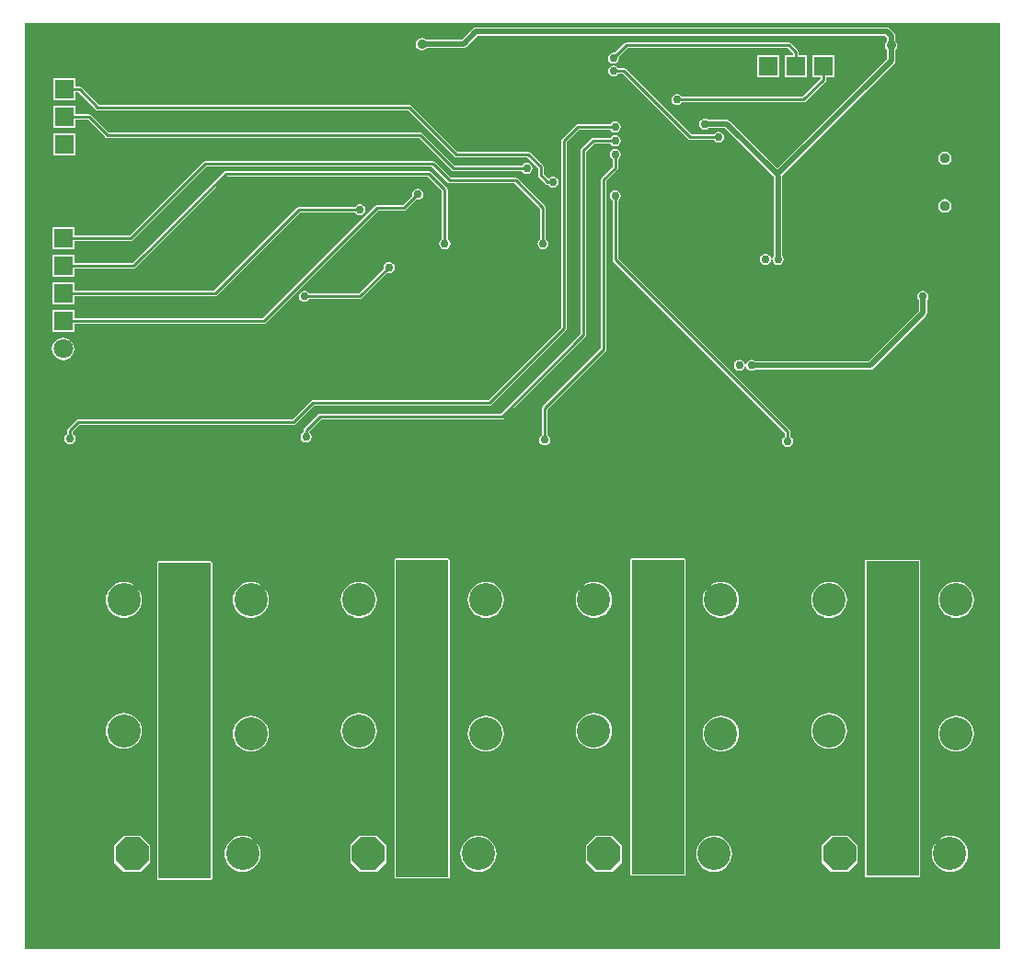
<source format=gbl>
G04*
G04 #@! TF.GenerationSoftware,Altium Limited,Altium Designer,19.0.15 (446)*
G04*
G04 Layer_Physical_Order=2*
G04 Layer_Color=16711680*
%FSLAX23Y23*%
%MOIN*%
G70*
G01*
G75*
%ADD15C,0.010*%
%ADD71C,0.020*%
%ADD74P,0.130X8X22.5*%
%ADD75C,0.120*%
%ADD76C,0.037*%
%ADD77R,0.071X0.071*%
%ADD78R,0.071X0.071*%
%ADD79C,0.071*%
%ADD80C,0.035*%
%ADD81C,0.030*%
G36*
X6990Y1635D02*
X3455D01*
Y4990D01*
X6990D01*
Y1635D01*
D02*
G37*
%LPC*%
G36*
X6225Y4920D02*
X5636D01*
X5632Y4919D01*
X5628Y4917D01*
X5594Y4883D01*
X5589Y4884D01*
X5581Y4882D01*
X5575Y4878D01*
X5570Y4871D01*
X5569Y4863D01*
X5570Y4856D01*
X5575Y4849D01*
X5581Y4845D01*
X5589Y4843D01*
X5597Y4845D01*
X5603Y4849D01*
X5608Y4856D01*
X5609Y4863D01*
X5608Y4868D01*
X5640Y4900D01*
X6221D01*
X6240Y4881D01*
Y4875D01*
X6210D01*
Y4795D01*
X6290D01*
Y4875D01*
X6260D01*
Y4885D01*
X6259Y4889D01*
X6257Y4892D01*
X6232Y4917D01*
X6229Y4919D01*
X6225Y4920D01*
D02*
G37*
G36*
X6190Y4875D02*
X6110D01*
Y4795D01*
X6190D01*
Y4875D01*
D02*
G37*
G36*
X6390D02*
X6310D01*
Y4795D01*
X6340D01*
Y4789D01*
X6274Y4724D01*
X5837D01*
X5834Y4728D01*
X5828Y4732D01*
X5820Y4734D01*
X5812Y4732D01*
X5806Y4728D01*
X5801Y4721D01*
X5800Y4713D01*
X5801Y4706D01*
X5806Y4699D01*
X5812Y4695D01*
X5820Y4693D01*
X5828Y4695D01*
X5834Y4699D01*
X5837Y4703D01*
X6278D01*
X6282Y4704D01*
X6286Y4706D01*
X6357Y4778D01*
X6359Y4781D01*
X6360Y4785D01*
Y4795D01*
X6390D01*
Y4875D01*
D02*
G37*
G36*
X5595Y4635D02*
X5587Y4634D01*
X5581Y4629D01*
X5578Y4625D01*
X5460D01*
X5456Y4624D01*
X5453Y4622D01*
X5403Y4572D01*
X5401Y4569D01*
X5400Y4565D01*
Y3889D01*
X5136Y3625D01*
X4500D01*
X4496Y3624D01*
X4493Y3622D01*
X4426Y3555D01*
X3650D01*
X3646Y3554D01*
X3643Y3552D01*
X3613Y3522D01*
X3611Y3519D01*
X3610Y3515D01*
Y3502D01*
X3606Y3499D01*
X3601Y3493D01*
X3600Y3485D01*
X3601Y3477D01*
X3606Y3471D01*
X3612Y3466D01*
X3620Y3465D01*
X3628Y3466D01*
X3634Y3471D01*
X3639Y3477D01*
X3640Y3485D01*
X3639Y3493D01*
X3634Y3499D01*
X3630Y3502D01*
Y3511D01*
X3654Y3535D01*
X4430D01*
X4434Y3536D01*
X4437Y3538D01*
X4504Y3605D01*
X5140D01*
X5144Y3606D01*
X5147Y3608D01*
X5417Y3878D01*
X5419Y3881D01*
X5420Y3885D01*
Y4561D01*
X5464Y4605D01*
X5578D01*
X5581Y4601D01*
X5587Y4596D01*
X5595Y4595D01*
X5603Y4596D01*
X5609Y4601D01*
X5614Y4607D01*
X5615Y4615D01*
X5614Y4623D01*
X5609Y4629D01*
X5603Y4634D01*
X5595Y4635D01*
D02*
G37*
G36*
X5590Y4837D02*
X5582Y4836D01*
X5576Y4831D01*
X5571Y4825D01*
X5570Y4817D01*
X5571Y4809D01*
X5576Y4803D01*
X5582Y4798D01*
X5590Y4797D01*
X5598Y4798D01*
X5604Y4803D01*
X5607Y4807D01*
X5624D01*
X5861Y4570D01*
X5864Y4568D01*
X5868Y4567D01*
X5953D01*
X5956Y4563D01*
X5962Y4558D01*
X5970Y4557D01*
X5978Y4558D01*
X5984Y4563D01*
X5989Y4569D01*
X5990Y4577D01*
X5989Y4585D01*
X5984Y4591D01*
X5978Y4596D01*
X5970Y4597D01*
X5962Y4596D01*
X5956Y4591D01*
X5953Y4587D01*
X5872D01*
X5635Y4824D01*
X5632Y4826D01*
X5628Y4827D01*
X5607D01*
X5604Y4831D01*
X5598Y4836D01*
X5590Y4837D01*
D02*
G37*
G36*
X5595Y4585D02*
X5587Y4584D01*
X5581Y4579D01*
X5578Y4575D01*
X5515D01*
X5511Y4574D01*
X5508Y4572D01*
X5473Y4537D01*
X5471Y4534D01*
X5470Y4530D01*
Y3864D01*
X5181Y3575D01*
X4525D01*
X4521Y3574D01*
X4518Y3572D01*
X4468Y3522D01*
X4466Y3519D01*
X4465Y3515D01*
Y3507D01*
X4461Y3504D01*
X4456Y3498D01*
X4455Y3490D01*
X4456Y3482D01*
X4461Y3476D01*
X4467Y3471D01*
X4475Y3470D01*
X4483Y3471D01*
X4489Y3476D01*
X4494Y3482D01*
X4495Y3490D01*
X4494Y3498D01*
X4489Y3504D01*
X4487Y3506D01*
X4486Y3512D01*
X4529Y3555D01*
X5185D01*
X5189Y3556D01*
X5192Y3558D01*
X5487Y3853D01*
X5489Y3856D01*
X5490Y3860D01*
Y4526D01*
X5519Y4555D01*
X5578D01*
X5581Y4551D01*
X5587Y4546D01*
X5595Y4545D01*
X5603Y4546D01*
X5609Y4551D01*
X5614Y4557D01*
X5615Y4565D01*
X5614Y4573D01*
X5609Y4579D01*
X5603Y4584D01*
X5595Y4585D01*
D02*
G37*
G36*
X3640Y4590D02*
X3560D01*
Y4510D01*
X3640D01*
Y4590D01*
D02*
G37*
G36*
X6790Y4526D02*
X6781Y4524D01*
X6773Y4519D01*
X6768Y4511D01*
X6766Y4502D01*
X6768Y4492D01*
X6773Y4485D01*
X6781Y4479D01*
X6790Y4477D01*
X6799Y4479D01*
X6807Y4485D01*
X6812Y4492D01*
X6814Y4502D01*
X6812Y4511D01*
X6807Y4519D01*
X6799Y4524D01*
X6790Y4526D01*
D02*
G37*
G36*
X6580Y4975D02*
X5090D01*
X5084Y4974D01*
X5079Y4971D01*
X5039Y4930D01*
X4912D01*
X4911Y4931D01*
X4904Y4936D01*
X4895Y4938D01*
X4886Y4936D01*
X4879Y4931D01*
X4874Y4924D01*
X4872Y4915D01*
X4874Y4906D01*
X4879Y4899D01*
X4886Y4894D01*
X4895Y4892D01*
X4904Y4894D01*
X4911Y4899D01*
X4912Y4900D01*
X5045D01*
X5051Y4901D01*
X5056Y4904D01*
X5096Y4945D01*
X6574D01*
X6580Y4939D01*
Y4927D01*
X6579Y4926D01*
X6574Y4919D01*
X6572Y4910D01*
X6574Y4901D01*
X6579Y4894D01*
X6580Y4893D01*
Y4861D01*
X6182Y4464D01*
X6011Y4636D01*
X6006Y4639D01*
X6000Y4640D01*
X5933D01*
X5928Y4644D01*
X5920Y4645D01*
X5912Y4644D01*
X5906Y4639D01*
X5901Y4633D01*
X5900Y4625D01*
X5901Y4617D01*
X5906Y4611D01*
X5912Y4606D01*
X5920Y4605D01*
X5928Y4606D01*
X5933Y4610D01*
X5994D01*
X6170Y4434D01*
Y4148D01*
X6166Y4143D01*
X6165Y4138D01*
X6165Y4137D01*
X6160D01*
X6160Y4138D01*
X6159Y4143D01*
X6154Y4149D01*
X6148Y4154D01*
X6140Y4155D01*
X6132Y4154D01*
X6126Y4149D01*
X6121Y4143D01*
X6120Y4135D01*
X6121Y4127D01*
X6126Y4121D01*
X6132Y4116D01*
X6140Y4115D01*
X6148Y4116D01*
X6154Y4121D01*
X6159Y4127D01*
X6160Y4132D01*
X6160Y4133D01*
X6165D01*
X6165Y4132D01*
X6166Y4127D01*
X6171Y4121D01*
X6177Y4116D01*
X6185Y4115D01*
X6193Y4116D01*
X6199Y4121D01*
X6204Y4127D01*
X6205Y4135D01*
X6204Y4143D01*
X6200Y4148D01*
Y4435D01*
X6200Y4438D01*
X6606Y4844D01*
X6609Y4849D01*
X6610Y4855D01*
Y4893D01*
X6611Y4894D01*
X6616Y4901D01*
X6618Y4910D01*
X6616Y4919D01*
X6611Y4926D01*
X6610Y4927D01*
Y4945D01*
X6609Y4951D01*
X6606Y4956D01*
X6591Y4971D01*
X6586Y4974D01*
X6580Y4975D01*
D02*
G37*
G36*
X3640Y4690D02*
X3560D01*
Y4610D01*
X3640D01*
Y4640D01*
X3686D01*
X3748Y4578D01*
X3751Y4576D01*
X3755Y4575D01*
X4886D01*
X5003Y4458D01*
X5006Y4456D01*
X5010Y4455D01*
X5258D01*
X5261Y4451D01*
X5267Y4446D01*
X5275Y4445D01*
X5283Y4446D01*
X5289Y4451D01*
X5294Y4457D01*
X5295Y4465D01*
X5294Y4473D01*
X5289Y4479D01*
X5283Y4484D01*
X5275Y4485D01*
X5267Y4484D01*
X5261Y4479D01*
X5258Y4475D01*
X5014D01*
X4897Y4592D01*
X4894Y4594D01*
X4890Y4595D01*
X3759D01*
X3697Y4657D01*
X3694Y4659D01*
X3690Y4660D01*
X3640D01*
Y4690D01*
D02*
G37*
G36*
Y4790D02*
X3560D01*
Y4710D01*
X3640D01*
Y4740D01*
X3651D01*
X3713Y4678D01*
X3716Y4676D01*
X3720Y4675D01*
X4846D01*
X5013Y4508D01*
X5016Y4506D01*
X5020Y4505D01*
X5276D01*
X5315Y4466D01*
Y4440D01*
X5316Y4436D01*
X5318Y4433D01*
X5343Y4408D01*
X5346Y4406D01*
X5350Y4405D01*
X5353D01*
X5356Y4401D01*
X5362Y4396D01*
X5370Y4395D01*
X5378Y4396D01*
X5384Y4401D01*
X5389Y4407D01*
X5390Y4415D01*
X5389Y4423D01*
X5384Y4429D01*
X5378Y4434D01*
X5370Y4435D01*
X5362Y4434D01*
X5356Y4429D01*
X5356Y4429D01*
X5351Y4429D01*
X5335Y4444D01*
Y4470D01*
X5334Y4474D01*
X5332Y4477D01*
X5287Y4522D01*
X5284Y4524D01*
X5280Y4525D01*
X5024D01*
X4857Y4692D01*
X4854Y4694D01*
X4850Y4695D01*
X3724D01*
X3662Y4757D01*
X3659Y4759D01*
X3655Y4760D01*
X3640D01*
Y4790D01*
D02*
G37*
G36*
X4880Y4390D02*
X4872Y4389D01*
X4866Y4384D01*
X4861Y4378D01*
X4860Y4370D01*
X4861Y4365D01*
X4826Y4330D01*
X4732D01*
X4728Y4329D01*
X4725Y4327D01*
X4317Y3920D01*
X3635D01*
Y3950D01*
X3555D01*
Y3870D01*
X3635D01*
Y3900D01*
X4322D01*
X4326Y3901D01*
X4329Y3903D01*
X4736Y4310D01*
X4830D01*
X4834Y4311D01*
X4837Y4313D01*
X4875Y4351D01*
X4880Y4350D01*
X4888Y4351D01*
X4894Y4356D01*
X4899Y4362D01*
X4900Y4370D01*
X4899Y4378D01*
X4894Y4384D01*
X4888Y4389D01*
X4880Y4390D01*
D02*
G37*
G36*
X6790Y4353D02*
X6781Y4351D01*
X6773Y4345D01*
X6768Y4338D01*
X6766Y4328D01*
X6768Y4319D01*
X6773Y4311D01*
X6781Y4306D01*
X6790Y4304D01*
X6799Y4306D01*
X6807Y4311D01*
X6812Y4319D01*
X6814Y4328D01*
X6812Y4338D01*
X6807Y4345D01*
X6799Y4351D01*
X6790Y4353D01*
D02*
G37*
G36*
X4670Y4335D02*
X4662Y4334D01*
X4656Y4329D01*
X4653Y4325D01*
X4450D01*
X4446Y4324D01*
X4443Y4322D01*
X4141Y4020D01*
X3635D01*
Y4050D01*
X3555D01*
Y3970D01*
X3635D01*
Y4000D01*
X4145D01*
X4149Y4001D01*
X4152Y4003D01*
X4454Y4305D01*
X4653D01*
X4656Y4301D01*
X4662Y4296D01*
X4670Y4295D01*
X4678Y4296D01*
X4684Y4301D01*
X4689Y4307D01*
X4690Y4315D01*
X4689Y4323D01*
X4684Y4329D01*
X4678Y4334D01*
X4670Y4335D01*
D02*
G37*
G36*
X4935Y4490D02*
X4110D01*
X4106Y4489D01*
X4103Y4487D01*
X3836Y4220D01*
X3635D01*
Y4250D01*
X3555D01*
Y4170D01*
X3635D01*
Y4200D01*
X3840D01*
X3844Y4201D01*
X3847Y4203D01*
X4114Y4470D01*
X4931D01*
X4988Y4413D01*
X4991Y4411D01*
X4995Y4410D01*
X5231D01*
X5323Y4317D01*
Y4208D01*
X5319Y4205D01*
X5315Y4199D01*
X5313Y4191D01*
X5315Y4183D01*
X5319Y4177D01*
X5326Y4172D01*
X5333Y4171D01*
X5341Y4172D01*
X5348Y4177D01*
X5352Y4183D01*
X5354Y4191D01*
X5352Y4199D01*
X5348Y4205D01*
X5344Y4208D01*
Y4322D01*
X5343Y4326D01*
X5341Y4329D01*
X5242Y4427D01*
X5239Y4429D01*
X5235Y4430D01*
X4999D01*
X4942Y4487D01*
X4939Y4489D01*
X4935Y4490D01*
D02*
G37*
G36*
X4920Y4455D02*
X4185D01*
X4181Y4454D01*
X4178Y4452D01*
X3846Y4120D01*
X3635D01*
Y4150D01*
X3555D01*
Y4070D01*
X3635D01*
Y4100D01*
X3850D01*
X3854Y4101D01*
X3857Y4103D01*
X4189Y4435D01*
X4916D01*
X4968Y4382D01*
Y4208D01*
X4964Y4205D01*
X4960Y4199D01*
X4958Y4191D01*
X4960Y4183D01*
X4964Y4177D01*
X4971Y4172D01*
X4978Y4171D01*
X4986Y4172D01*
X4993Y4177D01*
X4997Y4183D01*
X4999Y4191D01*
X4997Y4199D01*
X4993Y4205D01*
X4989Y4208D01*
Y4387D01*
X4988Y4391D01*
X4986Y4394D01*
X4927Y4452D01*
X4924Y4454D01*
X4920Y4455D01*
D02*
G37*
G36*
X4776Y4125D02*
X4768Y4124D01*
X4762Y4119D01*
X4757Y4113D01*
X4756Y4105D01*
X4757Y4100D01*
X4667Y4010D01*
X4487D01*
X4484Y4014D01*
X4478Y4019D01*
X4470Y4020D01*
X4462Y4019D01*
X4456Y4014D01*
X4451Y4008D01*
X4450Y4000D01*
X4451Y3992D01*
X4456Y3986D01*
X4462Y3981D01*
X4470Y3980D01*
X4478Y3981D01*
X4484Y3986D01*
X4487Y3990D01*
X4671D01*
X4675Y3991D01*
X4678Y3993D01*
X4771Y4086D01*
X4776Y4085D01*
X4784Y4086D01*
X4790Y4091D01*
X4795Y4097D01*
X4796Y4105D01*
X4795Y4113D01*
X4790Y4119D01*
X4784Y4124D01*
X4776Y4125D01*
D02*
G37*
G36*
X3595Y3851D02*
X3584Y3849D01*
X3575Y3845D01*
X3566Y3839D01*
X3560Y3830D01*
X3556Y3821D01*
X3554Y3810D01*
X3556Y3799D01*
X3560Y3790D01*
X3566Y3781D01*
X3575Y3775D01*
X3584Y3771D01*
X3595Y3769D01*
X3606Y3771D01*
X3615Y3775D01*
X3624Y3781D01*
X3630Y3790D01*
X3634Y3799D01*
X3636Y3810D01*
X3634Y3821D01*
X3630Y3830D01*
X3624Y3839D01*
X3615Y3845D01*
X3606Y3849D01*
X3595Y3851D01*
D02*
G37*
G36*
X6710Y4020D02*
X6702Y4019D01*
X6696Y4014D01*
X6691Y4008D01*
X6690Y4000D01*
X6691Y3992D01*
X6695Y3987D01*
Y3946D01*
X6514Y3765D01*
X6103D01*
X6098Y3769D01*
X6090Y3770D01*
X6082Y3769D01*
X6076Y3764D01*
X6071Y3758D01*
X6070Y3753D01*
X6070Y3752D01*
X6065D01*
X6065Y3753D01*
X6064Y3758D01*
X6059Y3764D01*
X6053Y3769D01*
X6045Y3770D01*
X6037Y3769D01*
X6031Y3764D01*
X6026Y3758D01*
X6025Y3750D01*
X6026Y3742D01*
X6031Y3736D01*
X6037Y3731D01*
X6045Y3730D01*
X6053Y3731D01*
X6059Y3736D01*
X6064Y3742D01*
X6065Y3747D01*
X6065Y3748D01*
X6070D01*
X6070Y3747D01*
X6071Y3742D01*
X6076Y3736D01*
X6082Y3731D01*
X6090Y3730D01*
X6098Y3731D01*
X6103Y3735D01*
X6520D01*
X6526Y3736D01*
X6531Y3739D01*
X6721Y3929D01*
X6724Y3934D01*
X6725Y3940D01*
Y3987D01*
X6729Y3992D01*
X6730Y4000D01*
X6729Y4008D01*
X6724Y4014D01*
X6718Y4019D01*
X6710Y4020D01*
D02*
G37*
G36*
X5595Y4535D02*
X5587Y4534D01*
X5581Y4529D01*
X5576Y4523D01*
X5575Y4515D01*
X5576Y4507D01*
X5581Y4501D01*
X5585Y4498D01*
Y4469D01*
X5547Y4431D01*
X5545Y4428D01*
X5544Y4424D01*
Y3813D01*
X5333Y3602D01*
X5331Y3599D01*
X5330Y3595D01*
Y3497D01*
X5326Y3494D01*
X5321Y3488D01*
X5320Y3480D01*
X5321Y3472D01*
X5326Y3466D01*
X5332Y3461D01*
X5340Y3460D01*
X5348Y3461D01*
X5354Y3466D01*
X5359Y3472D01*
X5360Y3480D01*
X5359Y3488D01*
X5354Y3494D01*
X5350Y3497D01*
Y3591D01*
X5561Y3802D01*
X5563Y3805D01*
X5564Y3809D01*
Y4420D01*
X5602Y4458D01*
X5604Y4461D01*
X5605Y4465D01*
Y4498D01*
X5609Y4501D01*
X5614Y4507D01*
X5615Y4515D01*
X5614Y4523D01*
X5609Y4529D01*
X5603Y4534D01*
X5595Y4535D01*
D02*
G37*
G36*
Y4385D02*
X5587Y4384D01*
X5581Y4379D01*
X5576Y4373D01*
X5575Y4365D01*
X5576Y4357D01*
X5581Y4351D01*
X5585Y4348D01*
Y4135D01*
X5586Y4131D01*
X5588Y4128D01*
X6210Y3506D01*
Y3492D01*
X6206Y3489D01*
X6201Y3483D01*
X6200Y3475D01*
X6201Y3467D01*
X6206Y3461D01*
X6212Y3456D01*
X6220Y3455D01*
X6228Y3456D01*
X6234Y3461D01*
X6239Y3467D01*
X6240Y3475D01*
X6239Y3483D01*
X6234Y3489D01*
X6230Y3492D01*
Y3510D01*
X6229Y3514D01*
X6227Y3517D01*
X5605Y4139D01*
Y4348D01*
X5609Y4351D01*
X5614Y4357D01*
X5615Y4365D01*
X5614Y4373D01*
X5609Y4379D01*
X5603Y4384D01*
X5595Y4385D01*
D02*
G37*
G36*
X6830Y2965D02*
X6817Y2964D01*
X6805Y2960D01*
X6794Y2954D01*
X6784Y2946D01*
X6776Y2936D01*
X6770Y2925D01*
X6766Y2913D01*
X6765Y2900D01*
X6766Y2887D01*
X6770Y2875D01*
X6776Y2864D01*
X6784Y2854D01*
X6794Y2846D01*
X6805Y2840D01*
X6817Y2836D01*
X6830Y2835D01*
X6843Y2836D01*
X6855Y2840D01*
X6866Y2846D01*
X6876Y2854D01*
X6884Y2864D01*
X6890Y2875D01*
X6894Y2887D01*
X6895Y2900D01*
X6894Y2913D01*
X6890Y2925D01*
X6884Y2936D01*
X6876Y2946D01*
X6866Y2954D01*
X6855Y2960D01*
X6843Y2964D01*
X6830Y2965D01*
D02*
G37*
G36*
X6370D02*
X6357Y2964D01*
X6345Y2960D01*
X6334Y2954D01*
X6324Y2946D01*
X6316Y2936D01*
X6310Y2925D01*
X6306Y2913D01*
X6305Y2900D01*
X6306Y2887D01*
X6310Y2875D01*
X6316Y2864D01*
X6324Y2854D01*
X6334Y2846D01*
X6345Y2840D01*
X6357Y2836D01*
X6370Y2835D01*
X6383Y2836D01*
X6395Y2840D01*
X6406Y2846D01*
X6416Y2854D01*
X6424Y2864D01*
X6430Y2875D01*
X6434Y2887D01*
X6435Y2900D01*
X6434Y2913D01*
X6430Y2925D01*
X6424Y2936D01*
X6416Y2946D01*
X6406Y2954D01*
X6395Y2960D01*
X6383Y2964D01*
X6370Y2965D01*
D02*
G37*
G36*
X5978D02*
X5966Y2964D01*
X5953Y2960D01*
X5942Y2954D01*
X5932Y2946D01*
X5924Y2936D01*
X5918Y2925D01*
X5914Y2913D01*
X5913Y2900D01*
X5914Y2887D01*
X5918Y2875D01*
X5924Y2864D01*
X5932Y2854D01*
X5942Y2846D01*
X5953Y2840D01*
X5966Y2836D01*
X5978Y2835D01*
X5991Y2836D01*
X6003Y2840D01*
X6015Y2846D01*
X6025Y2854D01*
X6033Y2864D01*
X6039Y2875D01*
X6042Y2887D01*
X6044Y2900D01*
X6042Y2913D01*
X6039Y2925D01*
X6033Y2936D01*
X6025Y2946D01*
X6015Y2954D01*
X6003Y2960D01*
X5991Y2964D01*
X5978Y2965D01*
D02*
G37*
G36*
X5518D02*
X5506Y2964D01*
X5493Y2960D01*
X5482Y2954D01*
X5472Y2946D01*
X5464Y2936D01*
X5458Y2925D01*
X5454Y2913D01*
X5453Y2900D01*
X5454Y2887D01*
X5458Y2875D01*
X5464Y2864D01*
X5472Y2854D01*
X5482Y2846D01*
X5493Y2840D01*
X5506Y2836D01*
X5518Y2835D01*
X5531Y2836D01*
X5543Y2840D01*
X5555Y2846D01*
X5565Y2854D01*
X5573Y2864D01*
X5579Y2875D01*
X5582Y2887D01*
X5584Y2900D01*
X5582Y2913D01*
X5579Y2925D01*
X5573Y2936D01*
X5565Y2946D01*
X5555Y2954D01*
X5543Y2960D01*
X5531Y2964D01*
X5518Y2965D01*
D02*
G37*
G36*
X5127D02*
X5114Y2964D01*
X5102Y2960D01*
X5090Y2954D01*
X5080Y2946D01*
X5072Y2936D01*
X5066Y2925D01*
X5063Y2913D01*
X5061Y2900D01*
X5063Y2887D01*
X5066Y2875D01*
X5072Y2864D01*
X5080Y2854D01*
X5090Y2846D01*
X5102Y2840D01*
X5114Y2836D01*
X5127Y2835D01*
X5139Y2836D01*
X5152Y2840D01*
X5163Y2846D01*
X5173Y2854D01*
X5181Y2864D01*
X5187Y2875D01*
X5191Y2887D01*
X5192Y2900D01*
X5191Y2913D01*
X5187Y2925D01*
X5181Y2936D01*
X5173Y2946D01*
X5163Y2954D01*
X5152Y2960D01*
X5139Y2964D01*
X5127Y2965D01*
D02*
G37*
G36*
X4667D02*
X4654Y2964D01*
X4642Y2960D01*
X4630Y2954D01*
X4620Y2946D01*
X4612Y2936D01*
X4606Y2925D01*
X4603Y2913D01*
X4601Y2900D01*
X4603Y2887D01*
X4606Y2875D01*
X4612Y2864D01*
X4620Y2854D01*
X4630Y2846D01*
X4642Y2840D01*
X4654Y2836D01*
X4667Y2835D01*
X4679Y2836D01*
X4692Y2840D01*
X4703Y2846D01*
X4713Y2854D01*
X4721Y2864D01*
X4727Y2875D01*
X4731Y2887D01*
X4732Y2900D01*
X4731Y2913D01*
X4727Y2925D01*
X4721Y2936D01*
X4713Y2946D01*
X4703Y2954D01*
X4692Y2960D01*
X4679Y2964D01*
X4667Y2965D01*
D02*
G37*
G36*
X4275D02*
X4262Y2964D01*
X4250Y2960D01*
X4239Y2954D01*
X4229Y2946D01*
X4221Y2936D01*
X4215Y2925D01*
X4211Y2913D01*
X4210Y2900D01*
X4211Y2887D01*
X4215Y2875D01*
X4221Y2864D01*
X4229Y2854D01*
X4239Y2846D01*
X4250Y2840D01*
X4262Y2836D01*
X4275Y2835D01*
X4288Y2836D01*
X4300Y2840D01*
X4311Y2846D01*
X4321Y2854D01*
X4329Y2864D01*
X4335Y2875D01*
X4339Y2887D01*
X4340Y2900D01*
X4339Y2913D01*
X4335Y2925D01*
X4329Y2936D01*
X4321Y2946D01*
X4311Y2954D01*
X4300Y2960D01*
X4288Y2964D01*
X4275Y2965D01*
D02*
G37*
G36*
X3815D02*
X3802Y2964D01*
X3790Y2960D01*
X3779Y2954D01*
X3769Y2946D01*
X3761Y2936D01*
X3755Y2925D01*
X3751Y2913D01*
X3750Y2900D01*
X3751Y2887D01*
X3755Y2875D01*
X3761Y2864D01*
X3769Y2854D01*
X3779Y2846D01*
X3790Y2840D01*
X3802Y2836D01*
X3815Y2835D01*
X3828Y2836D01*
X3840Y2840D01*
X3851Y2846D01*
X3861Y2854D01*
X3869Y2864D01*
X3875Y2875D01*
X3879Y2887D01*
X3880Y2900D01*
X3879Y2913D01*
X3875Y2925D01*
X3869Y2936D01*
X3861Y2946D01*
X3851Y2954D01*
X3840Y2960D01*
X3828Y2964D01*
X3815Y2965D01*
D02*
G37*
G36*
X6370Y2490D02*
X6357Y2489D01*
X6345Y2485D01*
X6334Y2479D01*
X6324Y2471D01*
X6316Y2461D01*
X6310Y2450D01*
X6306Y2438D01*
X6305Y2425D01*
X6306Y2412D01*
X6310Y2400D01*
X6316Y2389D01*
X6324Y2379D01*
X6334Y2371D01*
X6345Y2365D01*
X6357Y2361D01*
X6370Y2360D01*
X6383Y2361D01*
X6395Y2365D01*
X6406Y2371D01*
X6416Y2379D01*
X6424Y2389D01*
X6430Y2400D01*
X6434Y2412D01*
X6435Y2425D01*
X6434Y2438D01*
X6430Y2450D01*
X6424Y2461D01*
X6416Y2471D01*
X6406Y2479D01*
X6395Y2485D01*
X6383Y2489D01*
X6370Y2490D01*
D02*
G37*
G36*
X5518D02*
X5506Y2489D01*
X5493Y2485D01*
X5482Y2479D01*
X5472Y2471D01*
X5464Y2461D01*
X5458Y2450D01*
X5454Y2438D01*
X5453Y2425D01*
X5454Y2412D01*
X5458Y2400D01*
X5464Y2389D01*
X5472Y2379D01*
X5482Y2371D01*
X5493Y2365D01*
X5506Y2361D01*
X5518Y2360D01*
X5531Y2361D01*
X5543Y2365D01*
X5555Y2371D01*
X5565Y2379D01*
X5573Y2389D01*
X5579Y2400D01*
X5582Y2412D01*
X5584Y2425D01*
X5582Y2438D01*
X5579Y2450D01*
X5573Y2461D01*
X5565Y2471D01*
X5555Y2479D01*
X5543Y2485D01*
X5531Y2489D01*
X5518Y2490D01*
D02*
G37*
G36*
X4667D02*
X4654Y2489D01*
X4642Y2485D01*
X4630Y2479D01*
X4620Y2471D01*
X4612Y2461D01*
X4606Y2450D01*
X4603Y2438D01*
X4601Y2425D01*
X4603Y2412D01*
X4606Y2400D01*
X4612Y2389D01*
X4620Y2379D01*
X4630Y2371D01*
X4642Y2365D01*
X4654Y2361D01*
X4667Y2360D01*
X4679Y2361D01*
X4692Y2365D01*
X4703Y2371D01*
X4713Y2379D01*
X4721Y2389D01*
X4727Y2400D01*
X4731Y2412D01*
X4732Y2425D01*
X4731Y2438D01*
X4727Y2450D01*
X4721Y2461D01*
X4713Y2471D01*
X4703Y2479D01*
X4692Y2485D01*
X4679Y2489D01*
X4667Y2490D01*
D02*
G37*
G36*
X3815D02*
X3802Y2489D01*
X3790Y2485D01*
X3779Y2479D01*
X3769Y2471D01*
X3761Y2461D01*
X3755Y2450D01*
X3751Y2438D01*
X3750Y2425D01*
X3751Y2412D01*
X3755Y2400D01*
X3761Y2389D01*
X3769Y2379D01*
X3779Y2371D01*
X3790Y2365D01*
X3802Y2361D01*
X3815Y2360D01*
X3828Y2361D01*
X3840Y2365D01*
X3851Y2371D01*
X3861Y2379D01*
X3869Y2389D01*
X3875Y2400D01*
X3879Y2412D01*
X3880Y2425D01*
X3879Y2438D01*
X3875Y2450D01*
X3869Y2461D01*
X3861Y2471D01*
X3851Y2479D01*
X3840Y2485D01*
X3828Y2489D01*
X3815Y2490D01*
D02*
G37*
G36*
X6830Y2480D02*
X6817Y2479D01*
X6805Y2475D01*
X6794Y2469D01*
X6784Y2461D01*
X6776Y2451D01*
X6770Y2440D01*
X6766Y2428D01*
X6765Y2415D01*
X6766Y2402D01*
X6770Y2390D01*
X6776Y2379D01*
X6784Y2369D01*
X6794Y2361D01*
X6805Y2355D01*
X6817Y2351D01*
X6830Y2350D01*
X6843Y2351D01*
X6855Y2355D01*
X6866Y2361D01*
X6876Y2369D01*
X6884Y2379D01*
X6890Y2390D01*
X6894Y2402D01*
X6895Y2415D01*
X6894Y2428D01*
X6890Y2440D01*
X6884Y2451D01*
X6876Y2461D01*
X6866Y2469D01*
X6855Y2475D01*
X6843Y2479D01*
X6830Y2480D01*
D02*
G37*
G36*
X5978D02*
X5966Y2479D01*
X5953Y2475D01*
X5942Y2469D01*
X5932Y2461D01*
X5924Y2451D01*
X5918Y2440D01*
X5914Y2428D01*
X5913Y2415D01*
X5914Y2402D01*
X5918Y2390D01*
X5924Y2379D01*
X5932Y2369D01*
X5942Y2361D01*
X5953Y2355D01*
X5966Y2351D01*
X5978Y2350D01*
X5991Y2351D01*
X6003Y2355D01*
X6015Y2361D01*
X6025Y2369D01*
X6033Y2379D01*
X6039Y2390D01*
X6042Y2402D01*
X6044Y2415D01*
X6042Y2428D01*
X6039Y2440D01*
X6033Y2451D01*
X6025Y2461D01*
X6015Y2469D01*
X6003Y2475D01*
X5991Y2479D01*
X5978Y2480D01*
D02*
G37*
G36*
X5127D02*
X5114Y2479D01*
X5102Y2475D01*
X5090Y2469D01*
X5080Y2461D01*
X5072Y2451D01*
X5066Y2440D01*
X5063Y2428D01*
X5061Y2415D01*
X5063Y2402D01*
X5066Y2390D01*
X5072Y2379D01*
X5080Y2369D01*
X5090Y2361D01*
X5102Y2355D01*
X5114Y2351D01*
X5127Y2350D01*
X5139Y2351D01*
X5152Y2355D01*
X5163Y2361D01*
X5173Y2369D01*
X5181Y2379D01*
X5187Y2390D01*
X5191Y2402D01*
X5192Y2415D01*
X5191Y2428D01*
X5187Y2440D01*
X5181Y2451D01*
X5173Y2461D01*
X5163Y2469D01*
X5152Y2475D01*
X5139Y2479D01*
X5127Y2480D01*
D02*
G37*
G36*
X4275D02*
X4262Y2479D01*
X4250Y2475D01*
X4239Y2469D01*
X4229Y2461D01*
X4221Y2451D01*
X4215Y2440D01*
X4211Y2428D01*
X4210Y2415D01*
X4211Y2402D01*
X4215Y2390D01*
X4221Y2379D01*
X4229Y2369D01*
X4239Y2361D01*
X4250Y2355D01*
X4262Y2351D01*
X4275Y2350D01*
X4288Y2351D01*
X4300Y2355D01*
X4311Y2361D01*
X4321Y2369D01*
X4329Y2379D01*
X4335Y2390D01*
X4339Y2402D01*
X4340Y2415D01*
X4339Y2428D01*
X4335Y2440D01*
X4329Y2451D01*
X4321Y2461D01*
X4311Y2469D01*
X4300Y2475D01*
X4288Y2479D01*
X4275Y2480D01*
D02*
G37*
G36*
X6441Y2045D02*
X6376D01*
X6344Y2012D01*
Y1947D01*
X6376Y1914D01*
X6441D01*
X6473Y1947D01*
Y2012D01*
X6441Y2045D01*
D02*
G37*
G36*
X5587D02*
X5522D01*
X5489Y2012D01*
Y1947D01*
X5522Y1914D01*
X5587D01*
X5619Y1947D01*
Y2012D01*
X5587Y2045D01*
D02*
G37*
G36*
X4732D02*
X4667D01*
X4635Y2012D01*
Y1947D01*
X4667Y1914D01*
X4732D01*
X4765Y1947D01*
Y2012D01*
X4732Y2045D01*
D02*
G37*
G36*
X3878D02*
X3812D01*
X3780Y2012D01*
Y1947D01*
X3812Y1914D01*
X3878D01*
X3910Y1947D01*
Y2012D01*
X3878Y2045D01*
D02*
G37*
G36*
X6808Y2045D02*
X6796Y2044D01*
X6784Y2040D01*
X6772Y2034D01*
X6762Y2026D01*
X6754Y2016D01*
X6748Y2004D01*
X6744Y1992D01*
X6743Y1980D01*
X6744Y1967D01*
X6748Y1955D01*
X6754Y1943D01*
X6762Y1933D01*
X6772Y1925D01*
X6784Y1919D01*
X6796Y1915D01*
X6808Y1914D01*
X6821Y1915D01*
X6833Y1919D01*
X6845Y1925D01*
X6855Y1933D01*
X6863Y1943D01*
X6869Y1955D01*
X6873Y1967D01*
X6874Y1980D01*
X6873Y1992D01*
X6869Y2004D01*
X6863Y2016D01*
X6855Y2026D01*
X6845Y2034D01*
X6833Y2040D01*
X6821Y2044D01*
X6808Y2045D01*
D02*
G37*
G36*
X5954D02*
X5941Y2044D01*
X5929Y2040D01*
X5918Y2034D01*
X5908Y2026D01*
X5900Y2016D01*
X5894Y2004D01*
X5890Y1992D01*
X5889Y1980D01*
X5890Y1967D01*
X5894Y1955D01*
X5900Y1943D01*
X5908Y1933D01*
X5918Y1925D01*
X5929Y1919D01*
X5941Y1915D01*
X5954Y1914D01*
X5967Y1915D01*
X5979Y1919D01*
X5990Y1925D01*
X6000Y1933D01*
X6008Y1943D01*
X6014Y1955D01*
X6018Y1967D01*
X6019Y1980D01*
X6018Y1992D01*
X6014Y2004D01*
X6008Y2016D01*
X6000Y2026D01*
X5990Y2034D01*
X5979Y2040D01*
X5967Y2044D01*
X5954Y2045D01*
D02*
G37*
G36*
X5100D02*
X5087Y2044D01*
X5075Y2040D01*
X5063Y2034D01*
X5053Y2026D01*
X5045Y2016D01*
X5039Y2004D01*
X5035Y1992D01*
X5034Y1980D01*
X5035Y1967D01*
X5039Y1955D01*
X5045Y1943D01*
X5053Y1933D01*
X5063Y1925D01*
X5075Y1919D01*
X5087Y1915D01*
X5100Y1914D01*
X5112Y1915D01*
X5124Y1919D01*
X5136Y1925D01*
X5146Y1933D01*
X5154Y1943D01*
X5160Y1955D01*
X5164Y1967D01*
X5165Y1980D01*
X5164Y1992D01*
X5160Y2004D01*
X5154Y2016D01*
X5146Y2026D01*
X5136Y2034D01*
X5124Y2040D01*
X5112Y2044D01*
X5100Y2045D01*
D02*
G37*
G36*
X4245D02*
X4232Y2044D01*
X4220Y2040D01*
X4209Y2034D01*
X4199Y2026D01*
X4191Y2016D01*
X4185Y2004D01*
X4181Y1992D01*
X4180Y1980D01*
X4181Y1967D01*
X4185Y1955D01*
X4191Y1943D01*
X4199Y1933D01*
X4209Y1925D01*
X4220Y1919D01*
X4232Y1915D01*
X4245Y1914D01*
X4258Y1915D01*
X4270Y1919D01*
X4281Y1925D01*
X4291Y1933D01*
X4299Y1943D01*
X4305Y1955D01*
X4309Y1967D01*
X4310Y1980D01*
X4309Y1992D01*
X4305Y2004D01*
X4299Y2016D01*
X4291Y2026D01*
X4281Y2034D01*
X4270Y2040D01*
X4258Y2044D01*
X4245Y2045D01*
D02*
G37*
G36*
X5845Y3050D02*
X5655D01*
X5651Y3049D01*
X5650Y3045D01*
X5650Y1905D01*
X5651Y1901D01*
X5655Y1900D01*
X5845D01*
X5849Y1901D01*
X5850Y1905D01*
X5850Y3045D01*
X5849Y3049D01*
X5845Y3050D01*
D02*
G37*
G36*
X6695Y3045D02*
X6505D01*
X6501Y3044D01*
X6500Y3040D01*
X6500Y1900D01*
X6501Y1896D01*
X6505Y1895D01*
X6695D01*
X6699Y1896D01*
X6700Y1900D01*
X6700Y3040D01*
X6699Y3044D01*
X6695Y3045D01*
D02*
G37*
G36*
X4990Y3050D02*
X4800D01*
X4796Y3049D01*
X4795Y3045D01*
X4795Y1895D01*
X4796Y1891D01*
X4800Y1890D01*
X4990D01*
X4994Y1891D01*
X4995Y1895D01*
X4995Y3045D01*
X4994Y3049D01*
X4990Y3050D01*
D02*
G37*
G36*
X4130Y3040D02*
X3940D01*
X3936Y3039D01*
X3935Y3035D01*
X3935Y1890D01*
X3936Y1886D01*
X3940Y1885D01*
X4130D01*
X4134Y1886D01*
X4135Y1890D01*
X4135Y3035D01*
X4134Y3039D01*
X4130Y3040D01*
D02*
G37*
%LPD*%
G36*
X5845Y1905D02*
X5655D01*
X5655Y3045D01*
X5845D01*
X5845Y1905D01*
D02*
G37*
G36*
X6695Y1900D02*
X6505D01*
X6505Y3040D01*
X6695D01*
X6695Y1900D01*
D02*
G37*
G36*
X4990Y1895D02*
X4800D01*
X4800Y3045D01*
X4990D01*
X4990Y1895D01*
D02*
G37*
G36*
X4130Y1890D02*
X3940D01*
X3940Y3035D01*
X4130D01*
X4130Y1890D01*
D02*
G37*
D15*
X5636Y4910D02*
X6225D01*
X5589Y4863D02*
X5636Y4910D01*
X6225D02*
X6250Y4885D01*
Y4835D02*
Y4885D01*
X5820Y4713D02*
X6278D01*
X6350Y4785D02*
Y4835D01*
X6278Y4713D02*
X6350Y4785D01*
X5868Y4577D02*
X5970D01*
X5628Y4817D02*
X5868Y4577D01*
X5590Y4817D02*
X5628D01*
X3595Y4210D02*
X3840D01*
X4110Y4480D01*
X4935D01*
X4185Y4445D02*
X4920D01*
X3850Y4110D02*
X4185Y4445D01*
X4920D02*
X4978Y4387D01*
X4935Y4480D02*
X4995Y4420D01*
X4978Y4191D02*
Y4387D01*
X4995Y4420D02*
X5235D01*
X5010Y4465D02*
X5275D01*
X4890Y4585D02*
X5010Y4465D01*
X5235Y4420D02*
X5333Y4322D01*
Y4191D02*
Y4322D01*
X3595Y4110D02*
X3850D01*
X4671Y4000D02*
X4776Y4105D01*
X4470Y4000D02*
X4671D01*
X4322Y3910D02*
X4732Y4320D01*
X3595Y3910D02*
X4322D01*
X4732Y4320D02*
X4830D01*
X4880Y4370D01*
X4450Y4315D02*
X4670D01*
X4145Y4010D02*
X4450Y4315D01*
X3595Y4010D02*
X4145D01*
X5280Y4515D02*
X5325Y4470D01*
Y4440D02*
Y4470D01*
Y4440D02*
X5350Y4415D01*
X5370D01*
X5020Y4515D02*
X5280D01*
X3600Y4750D02*
X3655D01*
X3720Y4685D01*
X4850D01*
X5020Y4515D01*
X3690Y4650D02*
X3755Y4585D01*
X4890D01*
X3600Y4650D02*
X3690D01*
X5410Y3885D02*
Y4565D01*
X5460Y4615D01*
X5140Y3615D02*
X5410Y3885D01*
X5480Y3860D02*
Y4530D01*
X5460Y4615D02*
X5595D01*
X5185Y3565D02*
X5480Y3860D01*
Y4530D02*
X5515Y4565D01*
X5554Y4424D02*
X5595Y4465D01*
X5554Y3809D02*
Y4424D01*
X5340Y3595D02*
X5554Y3809D01*
X5340Y3480D02*
Y3595D01*
X4500Y3615D02*
X5140D01*
X4430Y3545D02*
X4500Y3615D01*
X3650Y3545D02*
X4430D01*
X3620Y3515D02*
X3650Y3545D01*
X3620Y3485D02*
Y3515D01*
X5595Y4135D02*
X6220Y3510D01*
Y3475D02*
Y3510D01*
X5595Y4135D02*
Y4365D01*
X4525Y3565D02*
X5185D01*
X4475Y3515D02*
X4525Y3565D01*
X4475Y3490D02*
Y3515D01*
X5515Y4565D02*
X5595D01*
Y4465D02*
Y4515D01*
D71*
X6595Y4910D02*
Y4945D01*
X6580Y4960D02*
X6595Y4945D01*
X5090Y4960D02*
X6580D01*
X5045Y4915D02*
X5090Y4960D01*
X4895Y4915D02*
X5045D01*
X6182Y4443D02*
X6595Y4855D01*
X6000Y4625D02*
X6182Y4443D01*
X5920Y4625D02*
X6000D01*
X6185Y4135D02*
Y4435D01*
X6595Y4855D02*
Y4910D01*
X6520Y3750D02*
X6710Y3940D01*
Y4000D01*
X6090Y3750D02*
X6520D01*
D74*
X3845Y1980D02*
D03*
X4045Y2960D02*
D03*
X4700Y1980D02*
D03*
X4897Y2960D02*
D03*
X5554Y1980D02*
D03*
X6409D02*
D03*
X5748Y2960D02*
D03*
X6600D02*
D03*
D75*
X4045Y1980D02*
D03*
X4245D02*
D03*
X3815Y2900D02*
D03*
Y2425D02*
D03*
X4275Y2415D02*
D03*
Y2900D02*
D03*
X4899Y1980D02*
D03*
X5100D02*
D03*
X4667Y2900D02*
D03*
Y2425D02*
D03*
X5127Y2415D02*
D03*
Y2900D02*
D03*
X5754Y1980D02*
D03*
X5954D02*
D03*
X6609D02*
D03*
X6808D02*
D03*
X5518Y2900D02*
D03*
Y2425D02*
D03*
X5978Y2415D02*
D03*
Y2900D02*
D03*
X6370D02*
D03*
Y2425D02*
D03*
X6830Y2415D02*
D03*
Y2900D02*
D03*
D76*
X6790Y4502D02*
D03*
Y4328D02*
D03*
D77*
X3600Y4850D02*
D03*
Y4750D02*
D03*
Y4650D02*
D03*
Y4550D02*
D03*
X3595Y4310D02*
D03*
Y4210D02*
D03*
Y4110D02*
D03*
Y4010D02*
D03*
Y3910D02*
D03*
D78*
X6450Y4835D02*
D03*
X6350D02*
D03*
X6250D02*
D03*
X6150D02*
D03*
D79*
X3595Y3810D02*
D03*
D80*
X6155Y3070D02*
D03*
Y2810D02*
D03*
X5305Y3065D02*
D03*
Y2805D02*
D03*
X4455Y3054D02*
D03*
Y2794D02*
D03*
X3570Y3040D02*
D03*
Y2780D02*
D03*
X5735Y4188D02*
D03*
X5700Y4610D02*
D03*
X5920Y4010D02*
D03*
X4960Y4817D02*
D03*
X5205Y4865D02*
D03*
X5410D02*
D03*
X5076Y4578D02*
D03*
X5130D02*
D03*
X5184D02*
D03*
X5238D02*
D03*
X5076Y4628D02*
D03*
X5130D02*
D03*
X5184D02*
D03*
X5238D02*
D03*
X5076Y4678D02*
D03*
X5130D02*
D03*
X5184D02*
D03*
X5238D02*
D03*
Y4735D02*
D03*
X5184D02*
D03*
X5130D02*
D03*
X5076D02*
D03*
X3570Y1880D02*
D03*
Y2140D02*
D03*
Y2375D02*
D03*
Y2635D02*
D03*
X6155Y1895D02*
D03*
Y2155D02*
D03*
Y2400D02*
D03*
Y2660D02*
D03*
X5305Y1915D02*
D03*
Y2175D02*
D03*
Y2400D02*
D03*
Y2660D02*
D03*
X4455Y1905D02*
D03*
Y2165D02*
D03*
Y2395D02*
D03*
Y2655D02*
D03*
X6200Y4554D02*
D03*
X6460D02*
D03*
X3825Y4440D02*
D03*
X4065Y4065D02*
D03*
X4080Y3765D02*
D03*
X4340D02*
D03*
X4798D02*
D03*
X5058D02*
D03*
X5865Y3760D02*
D03*
X5605D02*
D03*
X4895Y4915D02*
D03*
X6595Y4910D02*
D03*
D81*
X6375Y3827D02*
D03*
X4173Y3505D02*
D03*
X5033Y3515D02*
D03*
X5913Y3510D02*
D03*
X6788Y3520D02*
D03*
X6285Y4200D02*
D03*
X6928Y3740D02*
D03*
Y3515D02*
D03*
X6723Y3740D02*
D03*
X6708Y4935D02*
D03*
X6913Y4710D02*
D03*
Y4935D02*
D03*
X6608Y4475D02*
D03*
X6185Y4135D02*
D03*
X6140D02*
D03*
X5920Y4625D02*
D03*
X5970Y4577D02*
D03*
X5820Y4713D02*
D03*
X5590Y4817D02*
D03*
X5589Y4863D02*
D03*
X5333Y4191D02*
D03*
X4978D02*
D03*
X4470Y4000D02*
D03*
X4880Y4370D02*
D03*
X4670Y4315D02*
D03*
X5275Y4465D02*
D03*
X5370Y4415D02*
D03*
X4776Y4105D02*
D03*
X3620Y3485D02*
D03*
X5595Y4615D02*
D03*
X4475Y3490D02*
D03*
X5595Y4565D02*
D03*
X5340Y3480D02*
D03*
X5595Y4515D02*
D03*
X6220Y3475D02*
D03*
X5595Y4365D02*
D03*
X6710Y4000D02*
D03*
X6090Y3750D02*
D03*
X6045D02*
D03*
M02*

</source>
